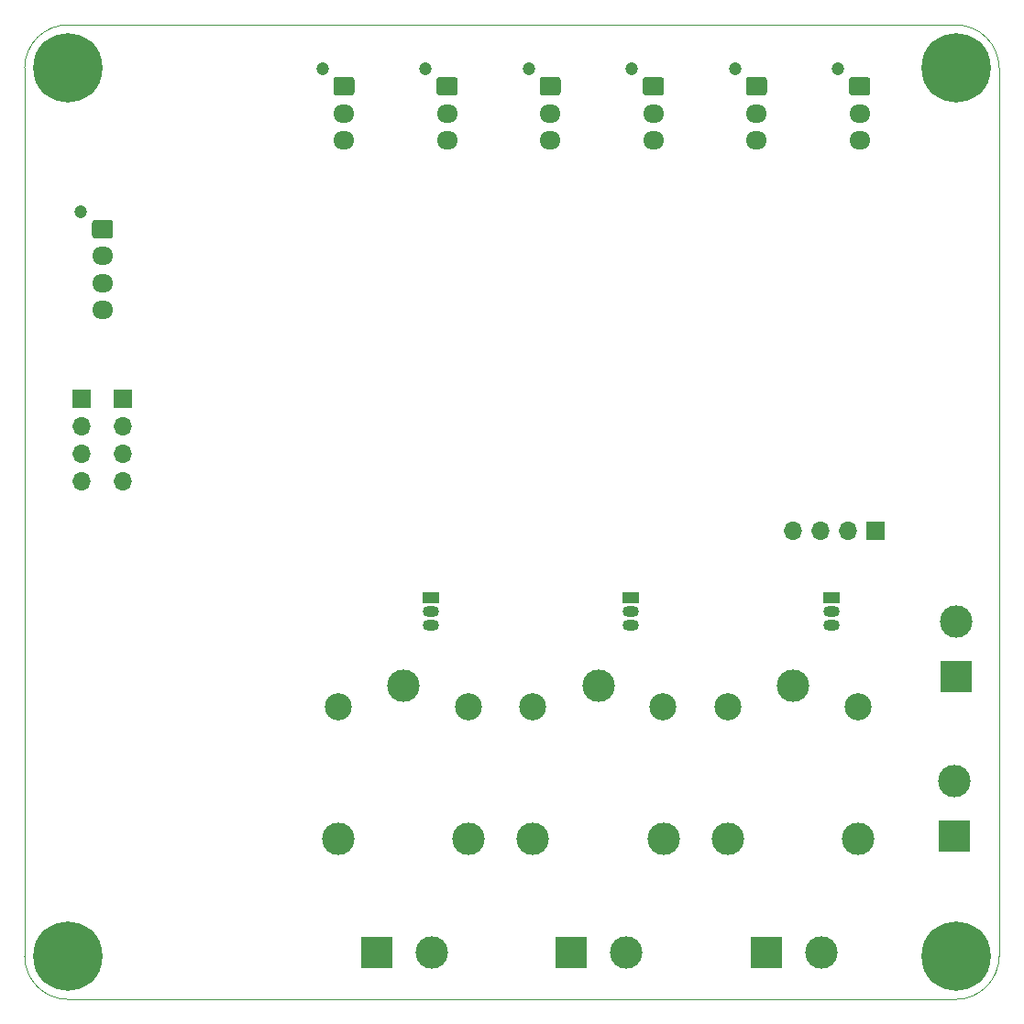
<source format=gbr>
%TF.GenerationSoftware,KiCad,Pcbnew,(5.1.12-1-10_14)*%
%TF.CreationDate,2021-12-22T18:06:04+01:00*%
%TF.ProjectId,terrarium,74657272-6172-4697-956d-2e6b69636164,rev?*%
%TF.SameCoordinates,Original*%
%TF.FileFunction,Soldermask,Bot*%
%TF.FilePolarity,Negative*%
%FSLAX46Y46*%
G04 Gerber Fmt 4.6, Leading zero omitted, Abs format (unit mm)*
G04 Created by KiCad (PCBNEW (5.1.12-1-10_14)) date 2021-12-22 18:06:04*
%MOMM*%
%LPD*%
G01*
G04 APERTURE LIST*
%TA.AperFunction,Profile*%
%ADD10C,0.050000*%
%TD*%
%ADD11C,0.800000*%
%ADD12C,6.400000*%
%ADD13C,1.200000*%
%ADD14O,1.950000X1.700000*%
%ADD15C,3.000000*%
%ADD16R,3.000000X3.000000*%
%ADD17O,1.700000X1.700000*%
%ADD18R,1.700000X1.700000*%
%ADD19R,1.500000X1.050000*%
%ADD20O,1.500000X1.050000*%
%ADD21C,2.500000*%
G04 APERTURE END LIST*
D10*
X45000000Y-113000000D02*
G75*
G02*
X41000000Y-109000000I0J4000000D01*
G01*
X131000000Y-109000000D02*
G75*
G02*
X127000000Y-113000000I-4000000J0D01*
G01*
X127000000Y-23000000D02*
G75*
G02*
X131000000Y-27000000I0J-4000000D01*
G01*
X41000000Y-27000000D02*
G75*
G02*
X45000000Y-23000000I4000000J0D01*
G01*
X127000000Y-23000000D02*
X45000000Y-23000000D01*
X131000000Y-109000000D02*
X131000000Y-27000000D01*
X45000000Y-113000000D02*
X127000000Y-113000000D01*
X41000000Y-27000000D02*
X41000000Y-109000000D01*
D11*
%TO.C,H3*%
X46697056Y-107302944D03*
X45000000Y-106600000D03*
X43302944Y-107302944D03*
X42600000Y-109000000D03*
X43302944Y-110697056D03*
X45000000Y-111400000D03*
X46697056Y-110697056D03*
X47400000Y-109000000D03*
D12*
X45000000Y-109000000D03*
%TD*%
D11*
%TO.C,H4*%
X128697056Y-107302944D03*
X127000000Y-106600000D03*
X125302944Y-107302944D03*
X124600000Y-109000000D03*
X125302944Y-110697056D03*
X127000000Y-111400000D03*
X128697056Y-110697056D03*
X129400000Y-109000000D03*
D12*
X127000000Y-109000000D03*
%TD*%
D11*
%TO.C,H1*%
X128697056Y-25302944D03*
X127000000Y-24600000D03*
X125302944Y-25302944D03*
X124600000Y-27000000D03*
X125302944Y-28697056D03*
X127000000Y-29400000D03*
X128697056Y-28697056D03*
X129400000Y-27000000D03*
D12*
X127000000Y-27000000D03*
%TD*%
D11*
%TO.C,H2*%
X46697056Y-25302944D03*
X45000000Y-24600000D03*
X43302944Y-25302944D03*
X42600000Y-27000000D03*
X43302944Y-28697056D03*
X45000000Y-29400000D03*
X46697056Y-28697056D03*
X47400000Y-27000000D03*
D12*
X45000000Y-27000000D03*
%TD*%
D13*
%TO.C,HT3*%
X97060000Y-27065000D03*
D14*
X99060000Y-33665000D03*
X99060000Y-31165000D03*
G36*
G01*
X98335000Y-27815000D02*
X99785000Y-27815000D01*
G75*
G02*
X100035000Y-28065000I0J-250000D01*
G01*
X100035000Y-29265000D01*
G75*
G02*
X99785000Y-29515000I-250000J0D01*
G01*
X98335000Y-29515000D01*
G75*
G02*
X98085000Y-29265000I0J250000D01*
G01*
X98085000Y-28065000D01*
G75*
G02*
X98335000Y-27815000I250000J0D01*
G01*
G37*
%TD*%
D15*
%TO.C,S4*%
X127000000Y-78105000D03*
D16*
X127000000Y-83185000D03*
%TD*%
D17*
%TO.C,UART1*%
X111920020Y-69707760D03*
X114460020Y-69707760D03*
X117000020Y-69707760D03*
D18*
X119540020Y-69707760D03*
%TD*%
D19*
%TO.C,Q3*%
X78500000Y-75865000D03*
D20*
X78500000Y-78405000D03*
X78500000Y-77135000D03*
%TD*%
D19*
%TO.C,Q2*%
X97000000Y-75865000D03*
D20*
X97000000Y-78405000D03*
X97000000Y-77135000D03*
%TD*%
D19*
%TO.C,Q1*%
X115500000Y-75865000D03*
D20*
X115500000Y-78405000D03*
X115500000Y-77135000D03*
%TD*%
D15*
%TO.C,S3*%
X78580000Y-108712000D03*
D16*
X73500000Y-108712000D03*
%TD*%
D15*
%TO.C,RE3*%
X76000000Y-84000000D03*
D21*
X81950000Y-85950000D03*
D15*
X82000000Y-98200000D03*
X69950000Y-98150000D03*
D21*
X69950000Y-85950000D03*
%TD*%
D15*
%TO.C,S2*%
X96580000Y-108712000D03*
D16*
X91500000Y-108712000D03*
%TD*%
D15*
%TO.C,S1*%
X114580000Y-108712000D03*
D16*
X109500000Y-108712000D03*
%TD*%
D15*
%TO.C,S0*%
X126873000Y-92837000D03*
D16*
X126873000Y-97917000D03*
%TD*%
D15*
%TO.C,RE1*%
X112000000Y-84000000D03*
D21*
X117950000Y-85950000D03*
D15*
X118000000Y-98200000D03*
X105950000Y-98150000D03*
D21*
X105950000Y-85950000D03*
%TD*%
D15*
%TO.C,RE2*%
X94000000Y-84000000D03*
D21*
X99950000Y-85950000D03*
D15*
X100000000Y-98200000D03*
X87950000Y-98150000D03*
D21*
X87950000Y-85950000D03*
%TD*%
D13*
%TO.C,i2c2*%
X46196500Y-40263000D03*
D14*
X48196500Y-49363000D03*
X48196500Y-46863000D03*
X48196500Y-44363000D03*
G36*
G01*
X47471500Y-41013000D02*
X48921500Y-41013000D01*
G75*
G02*
X49171500Y-41263000I0J-250000D01*
G01*
X49171500Y-42463000D01*
G75*
G02*
X48921500Y-42713000I-250000J0D01*
G01*
X47471500Y-42713000D01*
G75*
G02*
X47221500Y-42463000I0J250000D01*
G01*
X47221500Y-41263000D01*
G75*
G02*
X47471500Y-41013000I250000J0D01*
G01*
G37*
%TD*%
D13*
%TO.C,HT1*%
X116110000Y-27065000D03*
D14*
X118110000Y-33665000D03*
X118110000Y-31165000D03*
G36*
G01*
X117385000Y-27815000D02*
X118835000Y-27815000D01*
G75*
G02*
X119085000Y-28065000I0J-250000D01*
G01*
X119085000Y-29265000D01*
G75*
G02*
X118835000Y-29515000I-250000J0D01*
G01*
X117385000Y-29515000D01*
G75*
G02*
X117135000Y-29265000I0J250000D01*
G01*
X117135000Y-28065000D01*
G75*
G02*
X117385000Y-27815000I250000J0D01*
G01*
G37*
%TD*%
D13*
%TO.C,HT2*%
X106585000Y-27065000D03*
D14*
X108585000Y-33665000D03*
X108585000Y-31165000D03*
G36*
G01*
X107860000Y-27815000D02*
X109310000Y-27815000D01*
G75*
G02*
X109560000Y-28065000I0J-250000D01*
G01*
X109560000Y-29265000D01*
G75*
G02*
X109310000Y-29515000I-250000J0D01*
G01*
X107860000Y-29515000D01*
G75*
G02*
X107610000Y-29265000I0J250000D01*
G01*
X107610000Y-28065000D01*
G75*
G02*
X107860000Y-27815000I250000J0D01*
G01*
G37*
%TD*%
D13*
%TO.C,HT6*%
X68485000Y-27065000D03*
D14*
X70485000Y-33665000D03*
X70485000Y-31165000D03*
G36*
G01*
X69760000Y-27815000D02*
X71210000Y-27815000D01*
G75*
G02*
X71460000Y-28065000I0J-250000D01*
G01*
X71460000Y-29265000D01*
G75*
G02*
X71210000Y-29515000I-250000J0D01*
G01*
X69760000Y-29515000D01*
G75*
G02*
X69510000Y-29265000I0J250000D01*
G01*
X69510000Y-28065000D01*
G75*
G02*
X69760000Y-27815000I250000J0D01*
G01*
G37*
%TD*%
D13*
%TO.C,HT5*%
X78010000Y-27065000D03*
D14*
X80010000Y-33665000D03*
X80010000Y-31165000D03*
G36*
G01*
X79285000Y-27815000D02*
X80735000Y-27815000D01*
G75*
G02*
X80985000Y-28065000I0J-250000D01*
G01*
X80985000Y-29265000D01*
G75*
G02*
X80735000Y-29515000I-250000J0D01*
G01*
X79285000Y-29515000D01*
G75*
G02*
X79035000Y-29265000I0J250000D01*
G01*
X79035000Y-28065000D01*
G75*
G02*
X79285000Y-27815000I250000J0D01*
G01*
G37*
%TD*%
D13*
%TO.C,HT4*%
X87535000Y-27065000D03*
D14*
X89535000Y-33665000D03*
X89535000Y-31165000D03*
G36*
G01*
X88810000Y-27815000D02*
X90260000Y-27815000D01*
G75*
G02*
X90510000Y-28065000I0J-250000D01*
G01*
X90510000Y-29265000D01*
G75*
G02*
X90260000Y-29515000I-250000J0D01*
G01*
X88810000Y-29515000D01*
G75*
G02*
X88560000Y-29265000I0J250000D01*
G01*
X88560000Y-28065000D01*
G75*
G02*
X88810000Y-27815000I250000J0D01*
G01*
G37*
%TD*%
D17*
%TO.C,i2c4*%
X50038000Y-65151000D03*
X50038000Y-62611000D03*
X50038000Y-60071000D03*
D18*
X50038000Y-57531000D03*
%TD*%
D17*
%TO.C,i2c3*%
X46228000Y-65151000D03*
X46228000Y-62611000D03*
X46228000Y-60071000D03*
D18*
X46228000Y-57531000D03*
%TD*%
M02*

</source>
